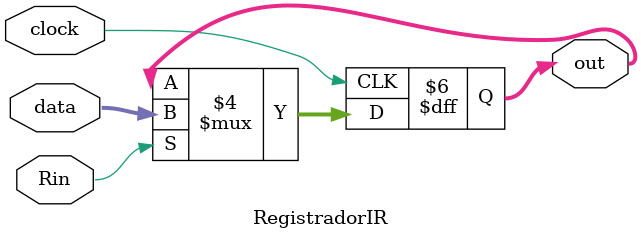
<source format=v>
module RegistradorIR(clock,Rin,out,data);
	input clock, Rin;
	input [9:0] data;
	output reg [9:0] out;
	
	initial begin
		out = 10'b0;
	end
	
	always@(posedge clock) begin 
		if(Rin) begin
			out = data;
		end
	end
endmodule
</source>
